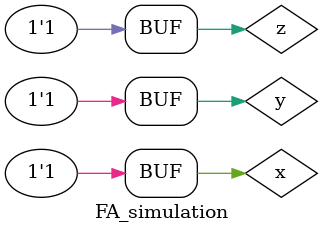
<source format=v>
`timescale 1ns / 1ps


module FA_simulation();

reg x, y, z;
wire s, c;

FA u1(x, y, z, s, c); 

initial begin
    {x,y,z} = 3'b000; #10;
    {x,y,z} = 3'b001; #10;
    {x,y,z} = 3'b010; #10;
    {x,y,z} = 3'b011; #10;
    {x,y,z} = 3'b100; #10;
    {x,y,z} = 3'b101; #10;
    {x,y,z} = 3'b110; #10;
    {x,y,z} = 3'b111; #10;
end

endmodule

</source>
